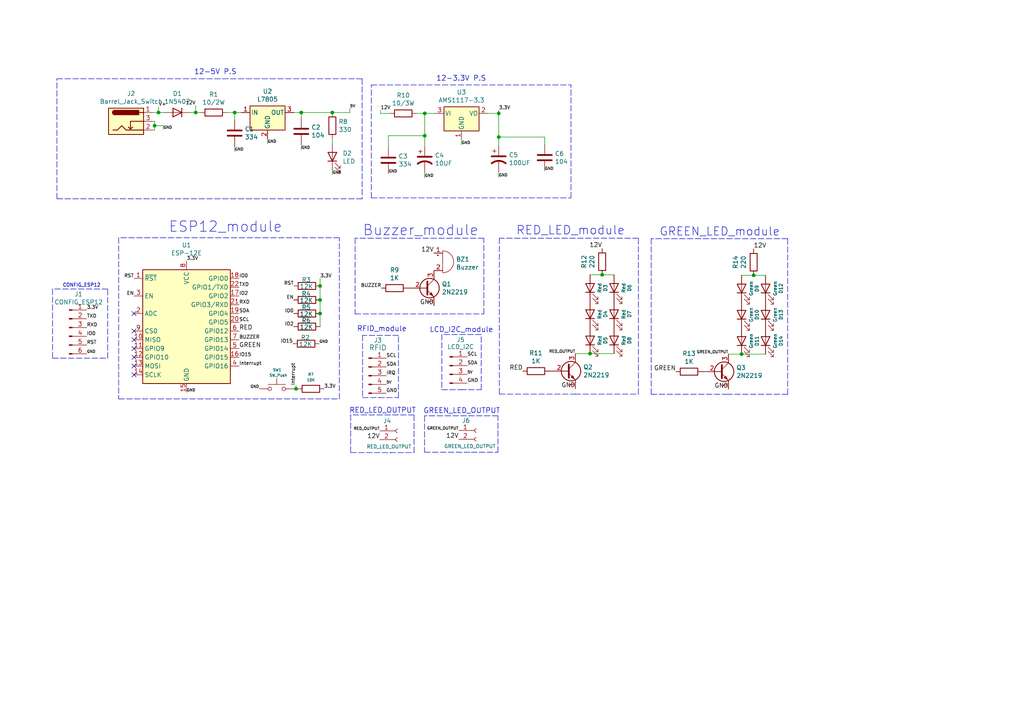
<source format=kicad_sch>
(kicad_sch (version 20211123) (generator eeschema)
  (paper "A4")
  (lib_symbols
    (symbol "Connector:Barrel_Jack_Switch" (pin_names hide)
      (property "Reference" "J" (at 0 5.334 0))
      (property "Value" "Barrel_Jack_Switch" (at 0 -5.08 0))
      (symbol "Barrel_Jack_Switch_0_1"
        (rectangle (start -5.08 3.81) (end 5.08 -3.81) (stroke (width 0.254)) (fill (type background)))
        (arc (start -3.302 3.175) (mid -3.937 2.54) (end -3.302 1.905) (stroke (width 0.254)))
        (arc (start -3.302 3.175) (mid -3.937 2.54) (end -3.302 1.905) (stroke (width 0.254)) (fill (type outline)))
        (polyline (pts (xy 1.27 -2.286) (xy 1.905 -1.651)) (stroke (width 0.254)))
        (polyline (pts (xy 5.08 2.54) (xy 3.81 2.54)) (stroke (width 0.254)))
        (polyline (pts (xy 5.08 0) (xy 1.27 0) (xy 1.27 -2.286) (xy 0.635 -1.651)) (stroke (width 0.254)))
        (polyline (pts (xy -3.81 -2.54) (xy -2.54 -2.54) (xy -1.27 -1.27) (xy 0 -2.54) (xy 2.54 -2.54) (xy 5.08 -2.54)) (stroke (width 0.254)))
        (rectangle (start 3.683 3.175) (end -3.302 1.905) (stroke (width 0.254)) (fill (type outline)))
      )
      (symbol "Barrel_Jack_Switch_1_1"
        (pin passive line (at 7.62 2.54 180) (length 2.54) (name "~") (number "1"))
        (pin passive line (at 7.62 -2.54 180) (length 2.54) (name "~") (number "2"))
        (pin passive line (at 7.62 0 180) (length 2.54) (name "~") (number "3"))
      )
    )
    (symbol "Connector:Conn_01x02_Female" (pin_names (offset 1.016) hide)
      (property "Reference" "J" (at 0 2.54 0))
      (property "Value" "Conn_01x02_Female" (at 0 -5.08 0))
      (symbol "Conn_01x02_Female_1_1"
        (arc (start 0 -2.032) (mid -0.508 -2.54) (end 0 -3.048) (stroke (width 0.1524)))
        (polyline (pts (xy -1.27 -2.54) (xy -0.508 -2.54)) (stroke (width 0.1524)))
        (polyline (pts (xy -1.27 0) (xy -0.508 0)) (stroke (width 0.1524)))
        (arc (start 0 0.508) (mid -0.508 0) (end 0 -0.508) (stroke (width 0.1524)))
        (pin passive line (at -5.08 0 0) (length 3.81) (name "Pin_1") (number "1"))
        (pin passive line (at -5.08 -2.54 0) (length 3.81) (name "Pin_2") (number "2"))
      )
    )
    (symbol "Connector:Conn_01x04_Male" (pin_names (offset 1.016) hide)
      (property "Reference" "J" (at 0 5.08 0))
      (property "Value" "Conn_01x04_Male" (at 0 -7.62 0))
      (symbol "Conn_01x04_Male_1_1"
        (polyline (pts (xy 1.27 -5.08) (xy 0.8636 -5.08)) (stroke (width 0.1524)))
        (polyline (pts (xy 1.27 -2.54) (xy 0.8636 -2.54)) (stroke (width 0.1524)))
        (polyline (pts (xy 1.27 0) (xy 0.8636 0)) (stroke (width 0.1524)))
        (polyline (pts (xy 1.27 2.54) (xy 0.8636 2.54)) (stroke (width 0.1524)))
        (rectangle (start 0.8636 -4.953) (end 0 -5.207) (stroke (width 0.1524)) (fill (type outline)))
        (rectangle (start 0.8636 -2.413) (end 0 -2.667) (stroke (width 0.1524)) (fill (type outline)))
        (rectangle (start 0.8636 0.127) (end 0 -0.127) (stroke (width 0.1524)) (fill (type outline)))
        (rectangle (start 0.8636 2.667) (end 0 2.413) (stroke (width 0.1524)) (fill (type outline)))
        (pin passive line (at 5.08 2.54 180) (length 3.81) (name "Pin_1") (number "1"))
        (pin passive line (at 5.08 0 180) (length 3.81) (name "Pin_2") (number "2"))
        (pin passive line (at 5.08 -2.54 180) (length 3.81) (name "Pin_3") (number "3"))
        (pin passive line (at 5.08 -5.08 180) (length 3.81) (name "Pin_4") (number "4"))
      )
    )
    (symbol "Connector:Conn_01x05_Male" (pin_names (offset 1.016) hide)
      (property "Reference" "J" (at 0 7.62 0))
      (property "Value" "Conn_01x05_Male" (at 0 -7.62 0))
      (symbol "Conn_01x05_Male_1_1"
        (polyline (pts (xy 1.27 -5.08) (xy 0.8636 -5.08)) (stroke (width 0.1524)))
        (polyline (pts (xy 1.27 -2.54) (xy 0.8636 -2.54)) (stroke (width 0.1524)))
        (polyline (pts (xy 1.27 0) (xy 0.8636 0)) (stroke (width 0.1524)))
        (polyline (pts (xy 1.27 2.54) (xy 0.8636 2.54)) (stroke (width 0.1524)))
        (polyline (pts (xy 1.27 5.08) (xy 0.8636 5.08)) (stroke (width 0.1524)))
        (rectangle (start 0.8636 -4.953) (end 0 -5.207) (stroke (width 0.1524)) (fill (type outline)))
        (rectangle (start 0.8636 -2.413) (end 0 -2.667) (stroke (width 0.1524)) (fill (type outline)))
        (rectangle (start 0.8636 0.127) (end 0 -0.127) (stroke (width 0.1524)) (fill (type outline)))
        (rectangle (start 0.8636 2.667) (end 0 2.413) (stroke (width 0.1524)) (fill (type outline)))
        (rectangle (start 0.8636 5.207) (end 0 4.953) (stroke (width 0.1524)) (fill (type outline)))
        (pin passive line (at 5.08 5.08 180) (length 3.81) (name "Pin_1") (number "1"))
        (pin passive line (at 5.08 2.54 180) (length 3.81) (name "Pin_2") (number "2"))
        (pin passive line (at 5.08 0 180) (length 3.81) (name "Pin_3") (number "3"))
        (pin passive line (at 5.08 -2.54 180) (length 3.81) (name "Pin_4") (number "4"))
        (pin passive line (at 5.08 -5.08 180) (length 3.81) (name "Pin_5") (number "5"))
      )
    )
    (symbol "Connector:Conn_01x06_Male" (pin_names (offset 1.016) hide)
      (property "Reference" "J" (at 0 7.62 0))
      (property "Value" "Conn_01x06_Male" (at 0 -10.16 0))
      (symbol "Conn_01x06_Male_1_1"
        (polyline (pts (xy 1.27 -7.62) (xy 0.8636 -7.62)) (stroke (width 0.1524)))
        (polyline (pts (xy 1.27 -5.08) (xy 0.8636 -5.08)) (stroke (width 0.1524)))
        (polyline (pts (xy 1.27 -2.54) (xy 0.8636 -2.54)) (stroke (width 0.1524)))
        (polyline (pts (xy 1.27 0) (xy 0.8636 0)) (stroke (width 0.1524)))
        (polyline (pts (xy 1.27 2.54) (xy 0.8636 2.54)) (stroke (width 0.1524)))
        (polyline (pts (xy 1.27 5.08) (xy 0.8636 5.08)) (stroke (width 0.1524)))
        (rectangle (start 0.8636 -7.493) (end 0 -7.747) (stroke (width 0.1524)) (fill (type outline)))
        (rectangle (start 0.8636 -4.953) (end 0 -5.207) (stroke (width 0.1524)) (fill (type outline)))
        (rectangle (start 0.8636 -2.413) (end 0 -2.667) (stroke (width 0.1524)) (fill (type outline)))
        (rectangle (start 0.8636 0.127) (end 0 -0.127) (stroke (width 0.1524)) (fill (type outline)))
        (rectangle (start 0.8636 2.667) (end 0 2.413) (stroke (width 0.1524)) (fill (type outline)))
        (rectangle (start 0.8636 5.207) (end 0 4.953) (stroke (width 0.1524)) (fill (type outline)))
        (pin passive line (at 5.08 5.08 180) (length 3.81) (name "Pin_1") (number "1"))
        (pin passive line (at 5.08 2.54 180) (length 3.81) (name "Pin_2") (number "2"))
        (pin passive line (at 5.08 0 180) (length 3.81) (name "Pin_3") (number "3"))
        (pin passive line (at 5.08 -2.54 180) (length 3.81) (name "Pin_4") (number "4"))
        (pin passive line (at 5.08 -5.08 180) (length 3.81) (name "Pin_5") (number "5"))
        (pin passive line (at 5.08 -7.62 180) (length 3.81) (name "Pin_6") (number "6"))
      )
    )
    (symbol "Device:Buzzer" (pin_names (offset 0.0254) hide)
      (property "Reference" "BZ" (at 3.81 1.27 0))
      (property "Value" "Buzzer" (at 3.81 -1.27 0))
      (symbol "Buzzer_0_1"
        (arc (start 0 -3.175) (mid 3.175 0) (end 0 3.175))
        (polyline (pts (xy -1.651 1.905) (xy -1.143 1.905)))
        (polyline (pts (xy -1.397 2.159) (xy -1.397 1.651)))
        (polyline (pts (xy 0 3.175) (xy 0 -3.175)))
      )
      (symbol "Buzzer_1_1"
        (pin passive line (at -2.54 2.54 0) (length 2.54) (name "-") (number "1"))
        (pin passive line (at -2.54 -2.54 0) (length 2.54) (name "+") (number "2"))
      )
    )
    (symbol "Device:C" (pin_numbers hide) (pin_names (offset 0.254))
      (property "Reference" "C" (at 0.635 2.54 0))
      (property "Value" "C" (at 0.635 -2.54 0))
      (symbol "C_0_1"
        (polyline (pts (xy -2.032 -0.762) (xy 2.032 -0.762)) (stroke (width 0.508)))
        (polyline (pts (xy -2.032 0.762) (xy 2.032 0.762)) (stroke (width 0.508)))
      )
      (symbol "C_1_1"
        (pin passive line (at 0 3.81 270) (length 2.794) (name "~") (number "1"))
        (pin passive line (at 0 -3.81 90) (length 2.794) (name "~") (number "2"))
      )
    )
    (symbol "Device:LED" (pin_numbers hide) (pin_names (offset 1.016) hide)
      (property "Reference" "D" (at 0 2.54 0))
      (property "Value" "LED" (at 0 -2.54 0))
      (symbol "LED_0_1"
        (polyline (pts (xy -1.27 -1.27) (xy -1.27 1.27)) (stroke (width 0.254)))
        (polyline (pts (xy -1.27 0) (xy 1.27 0)))
        (polyline (pts (xy 1.27 -1.27) (xy 1.27 1.27) (xy -1.27 0) (xy 1.27 -1.27)) (stroke (width 0.254)))
        (polyline (pts (xy -3.048 -0.762) (xy -4.572 -2.286) (xy -3.81 -2.286) (xy -4.572 -2.286) (xy -4.572 -1.524)))
        (polyline (pts (xy -1.778 -0.762) (xy -3.302 -2.286) (xy -2.54 -2.286) (xy -3.302 -2.286) (xy -3.302 -1.524)))
      )
      (symbol "LED_1_1"
        (pin passive line (at -3.81 0 0) (length 2.54) (name "K") (number "1"))
        (pin passive line (at 3.81 0 180) (length 2.54) (name "A") (number "2"))
      )
    )
    (symbol "Device:R" (pin_numbers hide) (pin_names (offset 0))
      (property "Reference" "R" (at 2.032 0 90))
      (property "Value" "R" (at 0 0 90))
      (symbol "R_0_1"
        (rectangle (start -1.016 -2.54) (end 1.016 2.54) (stroke (width 0.254)))
      )
      (symbol "R_1_1"
        (pin passive line (at 0 3.81 270) (length 1.27) (name "~") (number "1"))
        (pin passive line (at 0 -3.81 90) (length 1.27) (name "~") (number "2"))
      )
    )
    (symbol "Diode:1N5407" (pin_numbers hide) (pin_names (offset 1.016) hide)
      (property "Reference" "D" (at 0 2.54 0))
      (property "Value" "1N5407" (at 0 -2.54 0))
      (symbol "1N5407_0_1"
        (polyline (pts (xy -1.27 1.27) (xy -1.27 -1.27)) (stroke (width 0.254)))
        (polyline (pts (xy 1.27 0) (xy -1.27 0)))
        (polyline (pts (xy 1.27 1.27) (xy 1.27 -1.27) (xy -1.27 0) (xy 1.27 1.27)) (stroke (width 0.254)))
      )
      (symbol "1N5407_1_1"
        (pin passive line (at -3.81 0 0) (length 2.54) (name "K") (number "1"))
        (pin passive line (at 3.81 0 180) (length 2.54) (name "A") (number "2"))
      )
    )
    (symbol "RF_Module:ESP-12E"
      (property "Reference" "U" (at -12.7 19.05 0))
      (property "Value" "ESP-12E" (at 12.7 19.05 0))
      (symbol "ESP-12E_0_1"
        (rectangle (start -12.7 17.78) (end 12.7 -15.24) (stroke (width 0.254)) (fill (type background)))
      )
      (symbol "ESP-12E_1_1"
        (pin input line (at -15.24 15.24 0) (length 2.54) (name "~{RST}") (number "1"))
        (pin bidirectional line (at -15.24 -2.54 0) (length 2.54) (name "MISO") (number "10"))
        (pin bidirectional line (at -15.24 -5.08 0) (length 2.54) (name "GPIO9") (number "11"))
        (pin bidirectional line (at -15.24 -7.62 0) (length 2.54) (name "GPIO10") (number "12"))
        (pin bidirectional line (at -15.24 -10.16 0) (length 2.54) (name "MOSI") (number "13"))
        (pin bidirectional line (at -15.24 -12.7 0) (length 2.54) (name "SCLK") (number "14"))
        (pin power_in line (at 0 -17.78 90) (length 2.54) (name "GND") (number "15"))
        (pin bidirectional line (at 15.24 -7.62 180) (length 2.54) (name "GPIO15") (number "16"))
        (pin bidirectional line (at 15.24 10.16 180) (length 2.54) (name "GPIO2") (number "17"))
        (pin bidirectional line (at 15.24 15.24 180) (length 2.54) (name "GPIO0") (number "18"))
        (pin bidirectional line (at 15.24 5.08 180) (length 2.54) (name "GPIO4") (number "19"))
        (pin input line (at -15.24 5.08 0) (length 2.54) (name "ADC") (number "2"))
        (pin bidirectional line (at 15.24 2.54 180) (length 2.54) (name "GPIO5") (number "20"))
        (pin bidirectional line (at 15.24 7.62 180) (length 2.54) (name "GPIO3/RXD") (number "21"))
        (pin bidirectional line (at 15.24 12.7 180) (length 2.54) (name "GPIO1/TXD") (number "22"))
        (pin input line (at -15.24 10.16 0) (length 2.54) (name "EN") (number "3"))
        (pin bidirectional line (at 15.24 -10.16 180) (length 2.54) (name "GPIO16") (number "4"))
        (pin bidirectional line (at 15.24 -5.08 180) (length 2.54) (name "GPIO14") (number "5"))
        (pin bidirectional line (at 15.24 0 180) (length 2.54) (name "GPIO12") (number "6"))
        (pin bidirectional line (at 15.24 -2.54 180) (length 2.54) (name "GPIO13") (number "7"))
        (pin power_in line (at 0 20.32 270) (length 2.54) (name "VCC") (number "8"))
        (pin input line (at -15.24 0 0) (length 2.54) (name "CS0") (number "9"))
      )
    )
    (symbol "Regulator_Linear:AMS1117-3.3" (pin_names (offset 0.254))
      (property "Reference" "U" (at -3.81 3.175 0))
      (property "Value" "AMS1117-3.3" (at 0 3.175 0))
      (symbol "AMS1117-3.3_0_1"
        (rectangle (start -5.08 -5.08) (end 5.08 1.905) (stroke (width 0.254)) (fill (type background)))
      )
      (symbol "AMS1117-3.3_1_1"
        (pin power_in line (at 0 -7.62 90) (length 2.54) (name "GND") (number "1"))
        (pin power_out line (at 7.62 0 180) (length 2.54) (name "VO") (number "2"))
        (pin power_in line (at -7.62 0 0) (length 2.54) (name "VI") (number "3"))
      )
    )
    (symbol "Regulator_Linear:L7805" (pin_names (offset 0.254))
      (property "Reference" "U" (at -3.81 3.175 0))
      (property "Value" "L7805" (at 0 3.175 0))
      (symbol "L7805_0_1"
        (rectangle (start -5.08 1.905) (end 5.08 -5.08) (stroke (width 0.254)) (fill (type background)))
      )
      (symbol "L7805_1_1"
        (pin power_in line (at -7.62 0 0) (length 2.54) (name "IN") (number "1"))
        (pin power_in line (at 0 -7.62 90) (length 2.54) (name "GND") (number "2"))
        (pin power_out line (at 7.62 0 180) (length 2.54) (name "OUT") (number "3"))
      )
    )
    (symbol "Switch:SW_Push" (pin_numbers hide) (pin_names (offset 1.016) hide)
      (property "Reference" "SW" (at 1.27 2.54 0))
      (property "Value" "SW_Push" (at 0 -1.524 0))
      (symbol "SW_Push_0_1"
        (circle (center -2.032 0) (radius 0.508))
        (polyline (pts (xy 0 1.27) (xy 0 3.048)))
        (polyline (pts (xy 2.54 1.27) (xy -2.54 1.27)))
        (circle (center 2.032 0) (radius 0.508))
        (pin passive line (at -5.08 0 0) (length 2.54) (name "1") (number "1"))
        (pin passive line (at 5.08 0 180) (length 2.54) (name "2") (number "2"))
      )
    )
    (symbol "Transistor_BJT:2N2219" (pin_names (offset 0) hide)
      (property "Reference" "Q" (at 5.08 1.905 0))
      (property "Value" "2N2219" (at 5.08 0 0))
      (symbol "2N2219_0_1"
        (polyline (pts (xy 0.635 0.635) (xy 2.54 2.54)))
        (polyline (pts (xy 0.635 -0.635) (xy 2.54 -2.54) (xy 2.54 -2.54)))
        (polyline (pts (xy 0.635 1.905) (xy 0.635 -1.905) (xy 0.635 -1.905)) (stroke (width 0.508)))
        (polyline (pts (xy 1.27 -1.778) (xy 1.778 -1.27) (xy 2.286 -2.286) (xy 1.27 -1.778) (xy 1.27 -1.778)) (fill (type outline)))
        (circle (center 1.27 0) (radius 2.8194) (stroke (width 0.254)))
      )
      (symbol "2N2219_1_1"
        (pin passive line (at 2.54 -5.08 90) (length 2.54) (name "E") (number "1"))
        (pin passive line (at -5.08 0 0) (length 5.715) (name "B") (number "2"))
        (pin passive line (at 2.54 5.08 270) (length 2.54) (name "C") (number "3"))
      )
    )
    (symbol "_7SEG_CONTROL-rescue:CP1-Device" (pin_numbers hide) (pin_names (offset 0.254) hide)
      (property "Reference" "C" (at 0.635 2.54 0))
      (property "Value" "CP1-Device" (at 0.635 -2.54 0))
      (symbol "CP1-Device_0_1"
        (polyline (pts (xy -2.032 0.762) (xy 2.032 0.762)) (stroke (width 0.508)))
        (polyline (pts (xy -1.778 2.286) (xy -0.762 2.286)))
        (polyline (pts (xy -1.27 1.778) (xy -1.27 2.794)))
        (arc (start 2.032 -1.27) (mid 0 -0.5572) (end -2.032 -1.27) (stroke (width 0.508)))
      )
      (symbol "CP1-Device_1_1"
        (pin passive line (at 0 3.81 270) (length 2.794) (name "~") (number "1"))
        (pin passive line (at 0 -3.81 90) (length 3.302) (name "~") (number "2"))
      )
    )
  )
  (junction (at 56.769 32.639))
  (junction (at 68.072 32.639))
  (junction (at 215.0872 102.7176))
  (junction (at 171.1452 102.5652))
  (junction (at 144.653 39.751))
  (junction (at 144.653 32.893))
  (junction (at 45.974 32.639))
  (junction (at 123.19 32.893))
  (junction (at 174.6504 79.7052))
  (junction (at 218.5924 79.8576))
  (junction (at 123.19 39.37))
  (junction (at 85.852 112.776))
  (junction (at 87.376 32.639))
  (junction (at 96.393 32.639))
  (junction (at 92.837 82.931))
  (junction (at 44.831 36.449))
  (junction (at 92.837 90.932))
  (junction (at 92.837 86.995))
  (no_connect (at 38.862 108.712))
  (no_connect (at 38.862 96.012))
  (no_connect (at 38.862 103.632))
  (no_connect (at 38.862 90.932))
  (no_connect (at 38.862 106.172))
  (no_connect (at 38.862 98.552))
  (no_connect (at 38.862 101.092))
  (wire (pts (xy 44.831 37.719) (xy 44.831 36.449)))
  (polyline (pts (xy 107.696 57.404) (xy 165.608 57.404)))
  (wire (pts (xy 65.786 32.639) (xy 68.072 32.639)))
  (polyline (pts (xy 101.7016 131.2672) (xy 113.4364 131.2672)))
  (wire (pts (xy 110.363 32.893) (xy 113.157 32.893)))
  (wire (pts (xy 123.19 32.893) (xy 123.19 39.37)))
  (wire (pts (xy 45.974 32.639) (xy 45.974 30.988)))
  (wire (pts (xy 120.777 32.893) (xy 123.19 32.893)))
  (polyline (pts (xy 34.417 115.697) (xy 98.425 115.697)))
  (wire (pts (xy 144.653 39.751) (xy 144.653 42.291)))
  (wire (pts (xy 123.19 51.562) (xy 123.19 50.038)))
  (wire (pts (xy 68.072 43.942) (xy 68.072 42.418)))
  (polyline (pts (xy 144.4244 120.5992) (xy 123.1392 120.5992)))
  (wire (pts (xy 171.1452 102.5652) (xy 178.1048 102.5652)))
  (polyline (pts (xy 113.0808 131.2672) (xy 120.0912 131.2672)))
  (wire (pts (xy 44.196 37.719) (xy 44.831 37.719)))
  (polyline (pts (xy 102.997 69.088) (xy 102.997 91.059)))
  (wire (pts (xy 144.653 32.893) (xy 144.653 32.004)))
  (polyline (pts (xy 31.242 103.886) (xy 31.242 83.82)))
  (wire (pts (xy 144.653 39.751) (xy 157.988 39.751)))
  (polyline (pts (xy 185.166 114.3) (xy 185.166 69.088)))
  (wire (pts (xy 55.245 32.639) (xy 56.769 32.639)))
  (wire (pts (xy 123.19 39.37) (xy 123.19 42.418)))
  (polyline (pts (xy 16.51 57.658) (xy 105.029 57.658)))
  (wire (pts (xy 215.0872 102.7176) (xy 222.0468 102.7176)))
  (wire (pts (xy 47.371 36.449) (xy 47.371 37.592)))
  (polyline (pts (xy 101.7016 120.3452) (xy 101.7016 131.2672)))
  (wire (pts (xy 133.858 42.037) (xy 133.858 40.513)))
  (wire (pts (xy 157.988 39.751) (xy 157.988 41.91)))
  (wire (pts (xy 171.1452 79.7052) (xy 174.6504 79.7052)))
  (wire (pts (xy 92.837 82.931) (xy 92.837 80.772)))
  (wire (pts (xy 174.6504 79.7052) (xy 178.1048 79.7052)))
  (polyline (pts (xy 139.573 113.03) (xy 139.573 97.028)))
  (wire (pts (xy 85.217 32.639) (xy 87.376 32.639)))
  (wire (pts (xy 44.831 35.179) (xy 44.831 36.449)))
  (polyline (pts (xy 123.1392 120.5992) (xy 123.1392 131.1656)))
  (wire (pts (xy 215.0872 79.8576) (xy 218.5924 79.8576)))
  (polyline (pts (xy 102.997 91.059) (xy 128.143 91.059)))
  (wire (pts (xy 45.974 32.639) (xy 47.625 32.639)))
  (wire (pts (xy 96.393 50.673) (xy 96.393 49.276)))
  (wire (pts (xy 77.597 41.656) (xy 77.597 40.259)))
  (polyline (pts (xy 144.4244 131.1656) (xy 144.4244 120.5992)))
  (polyline (pts (xy 165.608 57.404) (xy 165.608 24.638)))
  (polyline (pts (xy 139.573 97.028) (xy 128.143 97.028)))
  (wire (pts (xy 44.831 36.449) (xy 47.371 36.449)))
  (polyline (pts (xy 109.855 115.316) (xy 115.57 115.316)))
  (wire (pts (xy 92.837 90.932) (xy 92.837 86.995)))
  (wire (pts (xy 101.473 32.639) (xy 96.393 32.639)))
  (wire (pts (xy 126.238 32.893) (xy 123.19 32.893)))
  (wire (pts (xy 144.653 51.435) (xy 144.653 49.911)))
  (wire (pts (xy 166.878 102.5652) (xy 171.1452 102.5652)))
  (wire (pts (xy 92.837 86.995) (xy 92.837 82.931)))
  (wire (pts (xy 87.376 32.639) (xy 87.376 34.29)))
  (wire (pts (xy 86.36 112.776) (xy 85.852 112.776)))
  (polyline (pts (xy 107.696 24.638) (xy 165.608 24.638)))
  (polyline (pts (xy 15.24 83.82) (xy 15.24 103.886)))
  (polyline (pts (xy 188.8744 114.3508) (xy 210.82 114.3508)))
  (wire (pts (xy 85.852 111.76) (xy 85.852 112.776)))
  (polyline (pts (xy 144.8308 114.3) (xy 166.878 114.3)))
  (polyline (pts (xy 107.696 57.404) (xy 107.696 24.638)))
  (wire (pts (xy 211.2772 102.7176) (xy 215.0872 102.7176)))
  (polyline (pts (xy 144.8308 69.088) (xy 144.8308 114.3)))
  (polyline (pts (xy 105.156 97.282) (xy 105.156 115.316)))
  (polyline (pts (xy 140.335 91.059) (xy 140.335 69.088)))
  (wire (pts (xy 110.363 32.893) (xy 110.363 32.004)))
  (polyline (pts (xy 115.57 115.316) (xy 115.57 97.282)))
  (wire (pts (xy 144.653 32.893) (xy 144.653 39.751)))
  (polyline (pts (xy 128.143 97.028) (xy 128.143 113.03)))
  (polyline (pts (xy 15.24 103.886) (xy 31.242 103.886)))
  (polyline (pts (xy 188.8744 69.2404) (xy 188.8744 114.3508)))
  (polyline (pts (xy 123.1392 131.1656) (xy 137.16 131.1656)))
  (polyline (pts (xy 140.335 69.088) (xy 102.997 69.088)))
  (wire (pts (xy 56.769 32.639) (xy 58.166 32.639)))
  (wire (pts (xy 92.837 94.742) (xy 92.837 90.932)))
  (polyline (pts (xy 210.7692 114.3508) (xy 228.4476 114.3508)))
  (wire (pts (xy 218.5924 79.8576) (xy 222.0468 79.8576)))
  (wire (pts (xy 56.769 30.607) (xy 56.769 32.639)))
  (polyline (pts (xy 16.51 57.658) (xy 16.51 22.86)))
  (wire (pts (xy 96.393 41.656) (xy 96.393 40.259)))
  (wire (pts (xy 101.473 32.639) (xy 101.473 31.369)))
  (polyline (pts (xy 228.4476 114.3508) (xy 228.4476 69.2404)))
  (polyline (pts (xy 105.029 22.86) (xy 105.029 57.658)))
  (wire (pts (xy 141.478 32.893) (xy 144.653 32.893)))
  (polyline (pts (xy 120.0912 120.3452) (xy 101.7016 120.3452)))
  (polyline (pts (xy 136.7028 131.1656) (xy 144.4244 131.1656)))
  (polyline (pts (xy 16.51 22.86) (xy 105.029 22.86)))
  (polyline (pts (xy 34.417 68.961) (xy 34.417 115.697)))
  (wire (pts (xy 87.376 32.639) (xy 96.393 32.639)))
  (polyline (pts (xy 31.242 83.82) (xy 15.24 83.82)))
  (polyline (pts (xy 133.604 113.03) (xy 139.573 113.03)))
  (wire (pts (xy 44.196 35.179) (xy 44.831 35.179)))
  (polyline (pts (xy 128.143 91.059) (xy 140.335 91.059)))
  (polyline (pts (xy 115.57 97.282) (xy 105.156 97.282)))
  (wire (pts (xy 44.196 32.639) (xy 45.974 32.639)))
  (polyline (pts (xy 166.7764 114.3) (xy 185.166 114.3)))
  (polyline (pts (xy 120.0912 131.2672) (xy 120.0912 120.3452)))
  (wire (pts (xy 68.072 32.639) (xy 69.977 32.639)))
  (polyline (pts (xy 228.4476 69.2404) (xy 188.8744 69.2404)))
  (wire (pts (xy 123.19 39.37) (xy 112.649 39.37)))
  (wire (pts (xy 85.852 112.776) (xy 85.344 112.776)))
  (wire (pts (xy 68.072 34.798) (xy 68.072 32.639)))
  (polyline (pts (xy 128.143 113.03) (xy 133.985 113.03)))
  (wire (pts (xy 87.376 43.434) (xy 87.376 41.91)))
  (polyline (pts (xy 98.425 68.961) (xy 34.417 68.961)))
  (wire (pts (xy 112.649 39.37) (xy 112.649 42.672)))
  (polyline (pts (xy 105.156 115.316) (xy 110.109 115.316)))
  (polyline (pts (xy 185.166 69.088) (xy 144.8308 69.088)))
  (polyline (pts (xy 98.425 115.697) (xy 98.425 68.961)))
  (text "GREEN_LED_module" (at 191.2112 68.7324 0) (effects (font (size 2.4 2.4)) (justify left bottom)))
  (text "ESP12_module" (at 48.895 67.691 0) (effects (font (size 2.9972 2.9972)) (justify left bottom)))
  (text "GREEN_LED_OUTPUT" (at 122.7836 120.142 0) (effects (font (size 1.5 1.5)) (justify left bottom)))
  (text "RED_LED_module" (at 149.6568 68.4276 0) (effects (font (size 2.5 2.5)) (justify left bottom)))
  (text "Buzzer_module" (at 105.156 68.707 0) (effects (font (size 2.9972 2.9972)) (justify left bottom)))
  (text "12-3.3V P.S\n " (at 126.492 26.162 0) (effects (font (size 1.4986 1.4986)) (justify left bottom)))
  (text "CONFIG_ESP12\n" (at 18.161 83.439 0) (effects (font (size 0.9906 0.9906)) (justify left bottom)))
  (text "12-5V P.S\n " (at 56.261 24.257 0) (effects (font (size 1.4986 1.4986)) (justify left bottom)))
  (text "RFID_module" (at 103.505 96.393 0) (effects (font (size 1.5 1.5)) (justify left bottom)))
  (text "LCD_I2C_module" (at 124.587 96.647 0) (effects (font (size 1.5 1.5)) (justify left bottom)))
  (text "RED_LED_OUTPUT" (at 101.2952 120.0404 0) (effects (font (size 1.5 1.5)) (justify left bottom)))
  (label "GND" (at 112.014 114.046 0) (effects (font (size 1 1))))
  (label "IO15" (at 69.342 103.632 0) (effects (font (size 0.9906 0.9906))))
  (label "12V" (at 133.0452 127.4064 180))
  (label "TXD" (at 69.342 83.312 0) (effects (font (size 0.9906 0.9906))))
  (label "GREEN" (at 196.0372 107.7976 180))
  (label "IO0" (at 25.146 97.536 0) (effects (font (size 0.9906 0.9906))))
  (label "RED" (at 69.342 96.012 0))
  (label "3.3V" (at 93.98 112.776 0) (effects (font (size 0.9906 0.9906))))
  (label "GND" (at 92.583 99.695 0) (effects (font (size 0.7874 0.7874))))
  (label "GND" (at 135.509 111.125 0) (effects (font (size 1 1))))
  (label "GND" (at 87.376 43.434 0) (effects (font (size 0.7874 0.7874))))
  (label "RST" (at 85.217 82.931 180) (effects (font (size 0.9906 0.9906))))
  (label "GND" (at 211.2772 112.8776 180))
  (label "IO2" (at 85.217 94.742 180) (effects (font (size 0.9906 0.9906))))
  (label "3.3V" (at 25.146 89.916 0) (effects (font (size 0.9906 0.9906))))
  (label "GND" (at 112.649 50.292 0) (effects (font (size 0.7874 0.7874))))
  (label "RXD" (at 25.146 94.996 0) (effects (font (size 0.9906 0.9906))))
  (label "12V" (at 110.363 32.004 0) (effects (font (size 0.9906 0.9906))))
  (label "5V" (at 101.473 31.369 0) (effects (font (size 0.7874 0.7874))))
  (label "GND" (at 157.988 49.53 0) (effects (font (size 0.7874 0.7874))))
  (label "SCL" (at 112.014 103.886 0) (effects (font (size 1 1))))
  (label "IO0" (at 85.217 90.932 180) (effects (font (size 0.9906 0.9906))))
  (label "GREEN_OUTPUT" (at 133.0452 124.8664 180) (effects (font (size 0.8 0.8))))
  (label "RST" (at 38.862 80.772 180) (effects (font (size 0.9906 0.9906))))
  (label "SDA" (at 112.014 106.426 0) (effects (font (size 1 1))))
  (label "TXD" (at 25.146 92.456 0) (effects (font (size 0.9906 0.9906))))
  (label "EN" (at 85.217 86.995 180) (effects (font (size 0.9906 0.9906))))
  (label "V+" (at 45.974 30.988 0) (effects (font (size 0.9906 0.9906))))
  (label "GND" (at 54.102 113.792 0) (effects (font (size 0.7874 0.7874))))
  (label "GND" (at 123.19 51.562 0) (effects (font (size 0.7874 0.7874))))
  (label "SCL" (at 135.509 103.505 0) (effects (font (size 1 1))))
  (label "12V" (at 56.769 30.607 180) (effects (font (size 0.9906 0.9906))))
  (label "GND" (at 166.878 112.7252 180))
  (label "GND" (at 133.858 42.037 0) (effects (font (size 0.7874 0.7874))))
  (label "12V" (at 110.1852 127.508 180))
  (label "IO15" (at 84.963 99.695 180) (effects (font (size 0.9906 0.9906))))
  (label "EN" (at 38.862 85.852 180) (effects (font (size 0.9906 0.9906))))
  (label "12V" (at 218.5924 72.2376 0))
  (label "GND" (at 25.146 102.616 0) (effects (font (size 0.7874 0.7874))))
  (label "GND" (at 77.597 41.656 0) (effects (font (size 0.7874 0.7874))))
  (label "12V" (at 174.6504 72.0852 180))
  (label "GREEN" (at 69.342 101.092 0))
  (label "GND" (at 47.371 37.592 0) (effects (font (size 0.7874 0.7874))))
  (label "RXD" (at 69.342 88.392 0) (effects (font (size 0.9906 0.9906))))
  (label "Interrupt" (at 69.342 106.172 0) (effects (font (size 0.9906 0.9906))))
  (label "GND" (at 144.653 51.435 0) (effects (font (size 0.7874 0.7874))))
  (label "3.3V" (at 92.837 80.772 0) (effects (font (size 0.9906 0.9906))))
  (label "GND" (at 125.857 88.646 180))
  (label "3.3V" (at 144.653 32.004 0) (effects (font (size 0.9906 0.9906))))
  (label "RED" (at 151.638 107.6452 180))
  (label "SDA" (at 69.342 90.932 0) (effects (font (size 1 1))))
  (label "SDA" (at 135.509 106.045 0) (effects (font (size 1 1))))
  (label "Interrupt" (at 85.852 111.76 90) (effects (font (size 0.9906 0.9906))))
  (label "IRQ" (at 112.014 108.966 0) (effects (font (size 1 1))))
  (label "IO2" (at 69.342 85.852 0) (effects (font (size 0.9906 0.9906))))
  (label "GND" (at 96.393 50.673 0) (effects (font (size 0.7874 0.7874))))
  (label "IO0" (at 69.342 80.772 0) (effects (font (size 0.9906 0.9906))))
  (label "RST" (at 25.146 100.076 0) (effects (font (size 0.9906 0.9906))))
  (label "12V" (at 125.857 73.406 180))
  (label "RED_OUTPUT" (at 110.1852 124.968 180) (effects (font (size 0.8 0.8))))
  (label "BUZZER" (at 69.342 98.552 0) (effects (font (size 0.9906 0.9906))))
  (label "RED_OUTPUT" (at 166.878 102.5652 180) (effects (font (size 0.8 0.8))))
  (label "GND" (at 75.184 112.776 180) (effects (font (size 0.7874 0.7874))))
  (label "GND" (at 68.072 43.942 0) (effects (font (size 0.7874 0.7874))))
  (label "SCL" (at 69.342 93.472 0) (effects (font (size 1 1))))
  (label "GREEN_OUTPUT" (at 211.2772 102.7176 180) (effects (font (size 0.8 0.8))))
  (label "5V" (at 112.014 111.506 0) (effects (font (size 0.7874 0.7874))))
  (label "3.3V" (at 54.102 75.692 0) (effects (font (size 0.9906 0.9906))))
  (label "BUZZER" (at 110.617 83.566 180) (effects (font (size 0.9906 0.9906))))
  (label "5V" (at 135.509 108.585 0) (effects (font (size 0.7874 0.7874))))
  (symbol (lib_id "Connector:Conn_01x04_Male") (at 130.429 106.045 0) (unit 1)
    (property "Reference" "J5" (at 133.604 98.552 0))
    (property "Value" "LCD_I2C" (at 133.604 100.584 0))
    (property "Footprint" "Connector_PinHeader_2.54mm:PinHeader_1x04_P2.54mm_Vertical" (effects hide))
  )
  (symbol (lib_id "Device:LED") (at 178.1048 83.5152 90) (unit 1)
    (property "Reference" "D6" (at 182.5498 83.5152 0) (effects (font (size 0.9906 0.9906))))
    (property "Value" "Red" (at 180.8988 83.5152 0) (effects (font (size 0.9906 0.9906))))
    (property "Footprint" "LED_SMD:LED_0805_2012Metric_Pad1.15x1.40mm_HandSolder" (effects hide))
  )
  (symbol (lib_id "Device:Buzzer") (at 128.397 75.946 0) (unit 1)
    (property "Reference" "BZ1" (at 132.2578 75.2094 0) (effects (justify left)))
    (property "Value" "Buzzer" (at 132.2578 77.5208 0) (effects (justify left)))
    (property "Footprint" "Buzzer_Beeper:Buzzer_12x9.5RM7.6" (effects hide))
  )
  (symbol (lib_id "Device:R") (at 89.027 90.932 90) (unit 1)
    (property "Reference" "R5" (at 90.17 89.154 90) (effects (justify left)))
    (property "Value" "12K" (at 90.805 91.059 90) (effects (justify left)))
    (property "Footprint" "Resistor_SMD:R_0805_2012Metric_Pad1.20x1.40mm_HandSolder" (effects hide))
  )
  (symbol (lib_id "Device:R") (at 89.027 82.931 90) (unit 1)
    (property "Reference" "R3" (at 90.17 81.153 90) (effects (justify left)))
    (property "Value" "12K" (at 90.805 83.058 90) (effects (justify left)))
    (property "Footprint" "Resistor_SMD:R_0805_2012Metric_Pad1.20x1.40mm_HandSolder" (effects hide))
  )
  (symbol (lib_id "Device:R") (at 90.17 112.776 90) (mirror x) (unit 1)
    (property "Reference" "R7" (at 90.17 108.6358 90) (effects (font (size 0.7874 0.7874))))
    (property "Value" "10K" (at 90.17 110.2106 90) (effects (font (size 0.7874 0.7874))))
    (property "Footprint" "Resistor_SMD:R_0805_2012Metric_Pad1.20x1.40mm_HandSolder" (effects hide))
  )
  (symbol (lib_id "Device:R") (at 89.027 94.742 90) (unit 1)
    (property "Reference" "R6" (at 90.17 92.964 90) (effects (justify left)))
    (property "Value" "12K" (at 90.805 94.869 90) (effects (justify left)))
    (property "Footprint" "Resistor_SMD:R_0805_2012Metric_Pad1.20x1.40mm_HandSolder" (effects hide))
  )
  (symbol (lib_id "Connector:Conn_01x02_Female") (at 138.1252 124.8664 0) (unit 1)
    (property "Reference" "J6" (at 133.9596 121.9708 0) (effects (justify left)))
    (property "Value" "GREEN_LED_OUTPUT" (at 128.8288 129.4384 0) (effects (font (size 1 1)) (justify left)))
    (property "Footprint" "Connector_PinHeader_2.54mm:PinHeader_1x02_P2.54mm_Vertical" (effects hide))
  )
  (symbol (lib_id "Regulator_Linear:AMS1117-3.3") (at 133.858 32.893 0) (unit 1)
    (property "Reference" "U3" (at 133.858 26.7462 0))
    (property "Value" "AMS1117-3.3" (at 133.858 29.0576 0))
    (property "Footprint" "Package_TO_SOT_SMD:SOT-223-3_TabPin2" (effects hide))
    (property "Datasheet" "http://www.advanced-monolithic.com/pdf/ds1117.pdf" (effects hide))
  )
  (symbol (lib_id "Device:R") (at 96.393 36.449 0) (unit 1)
    (property "Reference" "R8" (at 98.171 35.2806 0) (effects (justify left)))
    (property "Value" "330" (at 98.171 37.592 0) (effects (justify left)))
    (property "Footprint" "Resistor_SMD:R_0805_2012Metric_Pad1.20x1.40mm_HandSolder" (effects hide))
  )
  (symbol (lib_id "Connector:Conn_01x05_Male") (at 106.934 108.966 0) (unit 1)
    (property "Reference" "J3" (at 109.601 98.679 0))
    (property "Value" "RFID" (at 109.601 100.838 0) (effects (font (size 1.5 1.5))))
    (property "Footprint" "Connector_PinHeader_2.54mm:PinHeader_1x05_P2.54mm_Vertical" (effects hide))
  )
  (symbol (lib_id "Connector:Conn_01x02_Female") (at 115.2652 124.968 0) (unit 1)
    (property "Reference" "J4" (at 111.0996 122.0724 0) (effects (justify left)))
    (property "Value" "RED_LED_OUTPUT" (at 106.3244 129.54 0) (effects (font (size 1 1)) (justify left)))
    (property "Footprint" "Connector_PinHeader_2.54mm:PinHeader_1x02_P2.54mm_Vertical" (effects hide))
  )
  (symbol (lib_id "Device:R") (at 218.5924 76.0476 0) (unit 1)
    (property "Reference" "R14" (at 213.3346 76.0476 90))
    (property "Value" "220" (at 215.646 76.0476 90))
    (property "Footprint" "Resistor_SMD:R_0805_2012Metric_Pad1.20x1.40mm_HandSolder" (effects hide))
  )
  (symbol (lib_id "Device:R") (at 61.976 32.639 270) (unit 1)
    (property "Reference" "R1" (at 61.976 27.3812 90))
    (property "Value" "10/2W" (at 61.976 29.6926 90))
    (property "Footprint" "Resistor_THT:R_Axial_Power_L20.0mm_W6.4mm_P25.40mm" (effects hide))
  )
  (symbol (lib_id "Device:LED") (at 178.1048 91.1352 90) (unit 1)
    (property "Reference" "D7" (at 182.5498 91.1352 0) (effects (font (size 0.9906 0.9906))))
    (property "Value" "Red" (at 180.8988 91.1352 0) (effects (font (size 0.9906 0.9906))))
    (property "Footprint" "LED_SMD:LED_0805_2012Metric_Pad1.15x1.40mm_HandSolder" (effects hide))
  )
  (symbol (lib_id "Device:R") (at 155.448 107.6452 270) (unit 1)
    (property "Reference" "R11" (at 155.448 102.3874 90))
    (property "Value" "1K" (at 155.448 104.6988 90))
    (property "Footprint" "Resistor_SMD:R_0805_2012Metric_Pad1.20x1.40mm_HandSolder" (effects hide))
  )
  (symbol (lib_id "Device:LED") (at 171.1452 98.7552 90) (unit 1)
    (property "Reference" "D5" (at 175.5902 98.7552 0) (effects (font (size 0.9906 0.9906))))
    (property "Value" "Red" (at 173.9392 98.7552 0) (effects (font (size 0.9906 0.9906))))
    (property "Footprint" "LED_SMD:LED_0805_2012Metric_Pad1.15x1.40mm_HandSolder" (effects hide))
  )
  (symbol (lib_id "Device:LED") (at 222.0468 91.2876 90) (unit 1)
    (property "Reference" "D13" (at 226.4918 91.2876 0) (effects (font (size 0.9906 0.9906))))
    (property "Value" "Green" (at 224.8408 91.2876 0) (effects (font (size 0.9906 0.9906))))
    (property "Footprint" "LED_SMD:LED_0805_2012Metric_Pad1.15x1.40mm_HandSolder" (effects hide))
  )
  (symbol (lib_id "Device:LED") (at 96.393 45.466 90) (unit 1)
    (property "Reference" "D2" (at 99.3648 44.4754 90) (effects (justify right)))
    (property "Value" "LED" (at 99.3648 46.7868 90) (effects (justify right)))
    (property "Footprint" "LED_SMD:LED_0805_2012Metric_Pad1.15x1.40mm_HandSolder" (effects hide))
  )
  (symbol (lib_id "Transistor_BJT:2N2219") (at 164.338 107.6452 0) (unit 1)
    (property "Reference" "Q2" (at 169.164 106.4768 0) (effects (justify left)))
    (property "Value" "2N2219" (at 169.164 108.7882 0) (effects (justify left)))
    (property "Footprint" "Package_TO_SOT_THT:TO-92L_Wide" (effects hide))
    (property "Datasheet" "http://www.onsemi.com/pub_link/Collateral/2N2219-D.PDF" (effects hide))
  )
  (symbol (lib_id "Device:LED") (at 215.0872 91.2876 90) (unit 1)
    (property "Reference" "D10" (at 219.5322 91.2876 0) (effects (font (size 0.9906 0.9906))))
    (property "Value" "Green" (at 217.8812 91.2876 0) (effects (font (size 0.9906 0.9906))))
    (property "Footprint" "LED_SMD:LED_0805_2012Metric_Pad1.15x1.40mm_HandSolder" (effects hide))
  )
  (symbol (lib_id "Device:R") (at 114.427 83.566 270) (unit 1)
    (property "Reference" "R9" (at 114.427 78.3082 90))
    (property "Value" "1K" (at 114.427 80.6196 90))
    (property "Footprint" "Resistor_SMD:R_0805_2012Metric_Pad1.20x1.40mm_HandSolder" (effects hide))
  )
  (symbol (lib_id "Diode:1N5407") (at 51.435 32.639 180) (unit 1)
    (property "Reference" "D1" (at 51.435 27.1526 0))
    (property "Value" "1N5407" (at 51.435 29.464 0))
    (property "Footprint" "Diode_SMD:D_SMA_Handsoldering" (effects hide))
    (property "Datasheet" "http://www.vishay.com/docs/88516/1n5400.pdf" (effects hide))
  )
  (symbol (lib_id "Device:LED") (at 215.0872 83.6676 90) (unit 1)
    (property "Reference" "D9" (at 219.5322 83.6676 0) (effects (font (size 0.9906 0.9906))))
    (property "Value" "Green" (at 217.8812 83.6676 0) (effects (font (size 0.9906 0.9906))))
    (property "Footprint" "LED_SMD:LED_0805_2012Metric_Pad1.15x1.40mm_HandSolder" (effects hide))
  )
  (symbol (lib_id "Device:LED") (at 222.0468 98.9076 90) (unit 1)
    (property "Reference" "D14" (at 226.4918 98.9076 0) (effects (font (size 0.9906 0.9906))))
    (property "Value" "Green" (at 224.8408 98.9076 0) (effects (font (size 0.9906 0.9906))))
    (property "Footprint" "LED_SMD:LED_0805_2012Metric_Pad1.15x1.40mm_HandSolder" (effects hide))
  )
  (symbol (lib_id "Device:R") (at 88.773 99.695 90) (unit 1)
    (property "Reference" "R2" (at 89.916 97.917 90) (effects (justify left)))
    (property "Value" "12K" (at 90.551 99.822 90) (effects (justify left)))
    (property "Footprint" "Resistor_SMD:R_0805_2012Metric_Pad1.20x1.40mm_HandSolder" (effects hide))
  )
  (symbol (lib_id "Regulator_Linear:L7805") (at 77.597 32.639 0) (unit 1)
    (property "Reference" "U2" (at 77.597 26.4922 0))
    (property "Value" "L7805" (at 77.597 28.8036 0))
    (property "Footprint" "Package_TO_SOT_SMD:SOT-223-3_TabPin2" (effects hide))
    (property "Datasheet" "http://www.st.com/content/ccc/resource/technical/document/datasheet/41/4f/b3/b0/12/d4/47/88/CD00000444.pdf/files/CD00000444.pdf/jcr:content/translations/en.CD00000444.pdf" (effects hide))
  )
  (symbol (lib_id "Device:LED") (at 178.1048 98.7552 90) (unit 1)
    (property "Reference" "D8" (at 182.5498 98.7552 0) (effects (font (size 0.9906 0.9906))))
    (property "Value" "Red" (at 180.8988 98.7552 0) (effects (font (size 0.9906 0.9906))))
    (property "Footprint" "LED_SMD:LED_0805_2012Metric_Pad1.15x1.40mm_HandSolder" (effects hide))
  )
  (symbol (lib_id "Device:LED") (at 171.1452 83.5152 90) (unit 1)
    (property "Reference" "D3" (at 175.5902 83.5152 0) (effects (font (size 0.9906 0.9906))))
    (property "Value" "Red" (at 173.9392 83.5152 0) (effects (font (size 0.9906 0.9906))))
    (property "Footprint" "LED_SMD:LED_0805_2012Metric_Pad1.15x1.40mm_HandSolder" (effects hide))
  )
  (symbol (lib_id "_7SEG_CONTROL-rescue:CP1-Device") (at 123.19 46.228 0) (unit 1)
    (property "Reference" "C4" (at 126.111 45.0596 0) (effects (justify left)))
    (property "Value" "10UF" (at 126.111 47.371 0) (effects (justify left)))
    (property "Footprint" "Capacitor_THT:CP_Radial_D5.0mm_P2.00mm" (effects hide))
  )
  (symbol (lib_id "Device:C") (at 68.072 38.608 0) (unit 1)
    (property "Reference" "C1" (at 70.993 37.4396 0) (effects (justify left)))
    (property "Value" "334" (at 70.993 39.751 0) (effects (justify left)))
    (property "Footprint" "Capacitor_SMD:C_0805_2012Metric_Pad1.18x1.45mm_HandSolder" (effects hide))
  )
  (symbol (lib_id "Connector:Barrel_Jack_Switch") (at 36.576 35.179 0) (unit 1)
    (property "Reference" "J2" (at 38.0238 27.1272 0))
    (property "Value" "Barrel_Jack_Switch" (at 38.0238 29.4386 0))
    (property "Footprint" "Connector_BarrelJack:BarrelJack_Horizontal" (effects hide))
  )
  (symbol (lib_id "RF_Module:ESP-12E") (at 54.102 96.012 0) (unit 1)
    (property "Reference" "U1" (at 54.102 71.0946 0))
    (property "Value" "ESP-12E" (at 54.102 73.406 0))
    (property "Footprint" "RF_Module:ESP-12E" (effects hide))
    (property "Datasheet" "http://wiki.ai-thinker.com/_media/esp8266/esp8266_series_modules_user_manual_v1.1.pdf" (effects hide))
  )
  (symbol (lib_id "Connector:Conn_01x06_Male") (at 20.066 94.996 0) (unit 1)
    (property "Reference" "J1" (at 22.8092 85.3186 0))
    (property "Value" "CONFIG_ESP12" (at 22.8092 87.63 0))
    (property "Footprint" "Connector_PinHeader_2.54mm:PinHeader_1x06_P2.54mm_Vertical" (effects hide))
  )
  (symbol (lib_id "_7SEG_CONTROL-rescue:CP1-Device") (at 144.653 46.101 0) (unit 1)
    (property "Reference" "C5" (at 147.574 44.9326 0) (effects (justify left)))
    (property "Value" "100UF" (at 147.574 47.244 0) (effects (justify left)))
    (property "Footprint" "Capacitor_THT:CP_Radial_D8.0mm_P3.50mm" (effects hide))
  )
  (symbol (lib_id "Device:C") (at 157.988 45.72 0) (unit 1)
    (property "Reference" "C6" (at 160.909 44.5516 0) (effects (justify left)))
    (property "Value" "104" (at 160.909 46.863 0) (effects (justify left)))
    (property "Footprint" "Capacitor_SMD:C_0805_2012Metric_Pad1.18x1.45mm_HandSolder" (effects hide))
  )
  (symbol (lib_id "Transistor_BJT:2N2219") (at 123.317 83.566 0) (unit 1)
    (property "Reference" "Q1" (at 128.143 82.3976 0) (effects (justify left)))
    (property "Value" "2N2219" (at 128.143 84.709 0) (effects (justify left)))
    (property "Footprint" "Package_TO_SOT_THT:TO-92L_Wide" (effects hide))
    (property "Datasheet" "http://www.onsemi.com/pub_link/Collateral/2N2219-D.PDF" (effects hide))
  )
  (symbol (lib_id "Device:R") (at 116.967 32.893 270) (unit 1)
    (property "Reference" "R10" (at 116.967 27.6352 90))
    (property "Value" "10/3W" (at 116.967 29.9466 90))
    (property "Footprint" "Resistor_THT:R_Axial_Power_L20.0mm_W6.4mm_P25.40mm" (effects hide))
  )
  (symbol (lib_id "Device:LED") (at 171.1452 91.1352 90) (unit 1)
    (property "Reference" "D4" (at 175.5902 91.1352 0) (effects (font (size 0.9906 0.9906))))
    (property "Value" "Red" (at 173.9392 91.1352 0) (effects (font (size 0.9906 0.9906))))
    (property "Footprint" "LED_SMD:LED_0805_2012Metric_Pad1.15x1.40mm_HandSolder" (effects hide))
  )
  (symbol (lib_id "Device:LED") (at 222.0468 83.6676 90) (unit 1)
    (property "Reference" "D12" (at 226.4918 83.6676 0) (effects (font (size 0.9906 0.9906))))
    (property "Value" "Green" (at 224.8408 83.6676 0) (effects (font (size 0.9906 0.9906))))
    (property "Footprint" "LED_SMD:LED_0805_2012Metric_Pad1.15x1.40mm_HandSolder" (effects hide))
  )
  (symbol (lib_id "Device:R") (at 199.8472 107.7976 270) (unit 1)
    (property "Reference" "R13" (at 199.8472 102.5398 90))
    (property "Value" "1K" (at 199.8472 104.8512 90))
    (property "Footprint" "Resistor_SMD:R_0805_2012Metric_Pad1.20x1.40mm_HandSolder" (effects hide))
  )
  (symbol (lib_id "Device:R") (at 174.6504 75.8952 0) (unit 1)
    (property "Reference" "R12" (at 169.3926 75.8952 90))
    (property "Value" "220" (at 171.704 75.8952 90))
    (property "Footprint" "Resistor_SMD:R_0805_2012Metric_Pad1.20x1.40mm_HandSolder" (effects hide))
  )
  (symbol (lib_id "Transistor_BJT:2N2219") (at 208.7372 107.7976 0) (unit 1)
    (property "Reference" "Q3" (at 213.5632 106.6292 0) (effects (justify left)))
    (property "Value" "2N2219" (at 213.5632 108.9406 0) (effects (justify left)))
    (property "Footprint" "Package_TO_SOT_THT:TO-92L_Wide" (effects hide))
    (property "Datasheet" "http://www.onsemi.com/pub_link/Collateral/2N2219-D.PDF" (effects hide))
  )
  (symbol (lib_id "Switch:SW_Push") (at 80.264 112.776 0) (unit 1)
    (property "Reference" "SW1" (at 79.121 107.315 0) (effects (font (size 0.7874 0.7874)) (justify left)))
    (property "Value" "SW_Push" (at 78.105 108.839 0) (effects (font (size 0.7874 0.7874)) (justify left)))
    (property "Footprint" "Button_Switch_THT:SW_PUSH_6mm_H7.3mm" (effects hide))
  )
  (symbol (lib_id "Device:LED") (at 215.0872 98.9076 90) (unit 1)
    (property "Reference" "D11" (at 219.5322 98.9076 0) (effects (font (size 0.9906 0.9906))))
    (property "Value" "Green" (at 217.8812 98.9076 0) (effects (font (size 0.9906 0.9906))))
    (property "Footprint" "LED_SMD:LED_0805_2012Metric_Pad1.15x1.40mm_HandSolder" (effects hide))
  )
  (symbol (lib_id "Device:R") (at 89.027 86.995 90) (unit 1)
    (property "Reference" "R4" (at 90.17 85.217 90) (effects (justify left)))
    (property "Value" "12K" (at 90.805 87.122 90) (effects (justify left)))
    (property "Footprint" "Resistor_SMD:R_0805_2012Metric_Pad1.20x1.40mm_HandSolder" (effects hide))
  )
  (symbol (lib_id "Device:C") (at 112.649 46.482 0) (unit 1)
    (property "Reference" "C3" (at 115.57 45.3136 0) (effects (justify left)))
    (property "Value" "334" (at 115.57 47.625 0) (effects (justify left)))
    (property "Footprint" "Capacitor_SMD:C_0805_2012Metric_Pad1.18x1.45mm_HandSolder" (effects hide))
  )
  (symbol (lib_id "Device:C") (at 87.376 38.1 0) (unit 1)
    (property "Reference" "C2" (at 90.297 36.9316 0) (effects (justify left)))
    (property "Value" "104" (at 90.297 39.243 0) (effects (justify left)))
    (property "Footprint" "Capacitor_SMD:C_0805_2012Metric_Pad1.18x1.45mm_HandSolder" (effects hide))
  )
)
</source>
